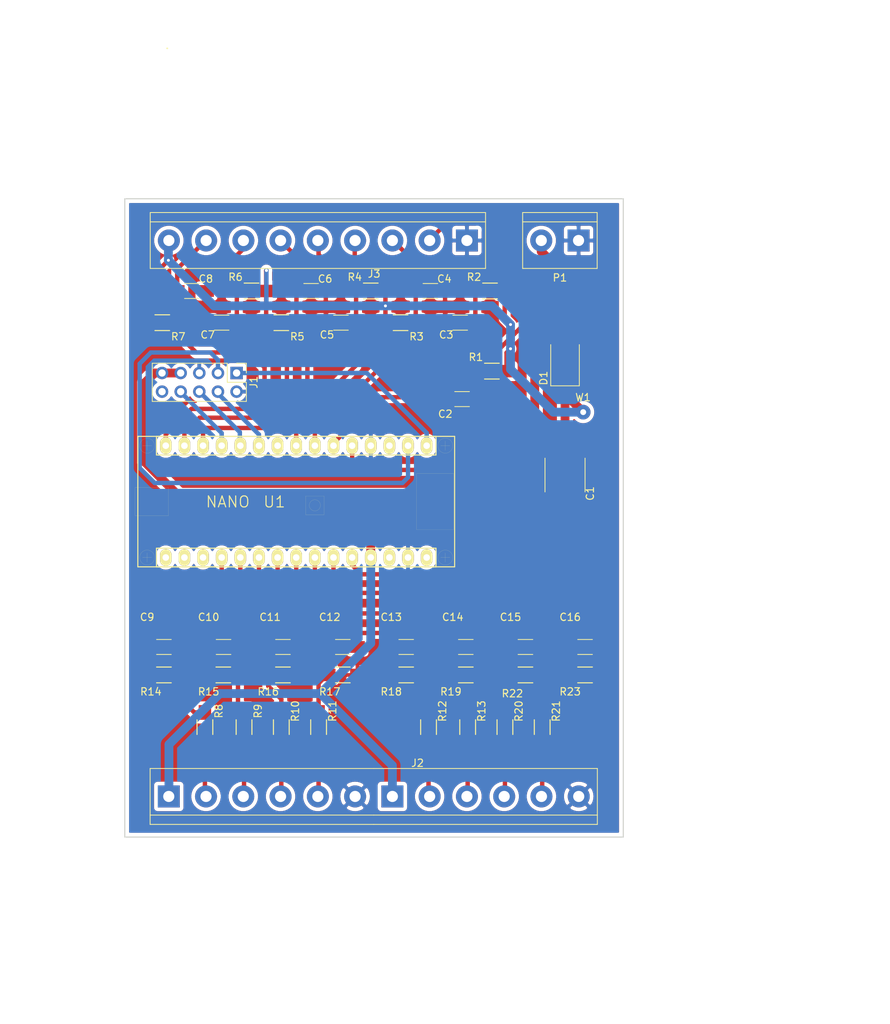
<source format=kicad_pcb>
(kicad_pcb (version 20171130) (host pcbnew 5.1.5+dfsg1-2build2)
  (layers (0 F.Cu signal) (31 B.Cu signal hide) (34 B.Paste user) (35 F.Paste user) (36 B.SilkS user) (37 F.SilkS user) (38 B.Mask user) (39 F.Mask user) (44 Edge.Cuts user))
  (net 0 "")
  (net 1 GND)
  (net 2 VCC)
  (net 3 /vcc_5v)
  (net 4 /ard_rx)
  (net 5 /ard_tx)
  (net 6 /D3)
  (net 7 /D4)
  (net 8 /D2)
  (net 9 /D10)
  (net 10 /D11)
  (net 11 /D12)
  (net 12 /A0)
  (net 13 /A1)
  (net 14 /A2)
  (net 15 /A3)
  (net 16 /A4)
  (net 17 /A5)
  (net 18 /A6)
  (net 19 /A7)
  (net 20 /D9)
  (net 21 /D8)
  (net 22 /D7)
  (net 23 /jA7)
  (net 24 /jA6)
  (net 25 /jA5)
  (net 26 /jA4)
  (net 27 /jA0)
  (net 28 /jA1)
  (net 29 /jA2)
  (net 30 /jA3)
  (net 31 "Net-(U1-Pad17)")
  (net 32 "Net-(U1-Pad18)")
  (net 33 "Net-(U1-Pad28)")
  (net 34 "Net-(U1-Pad30)")
  (net 35 "Net-(U1-Pad3)")
  (net 36 /D5)
  (net 37 "Net-(U1-Pad16)")
  (net 38 "Net-(J1-Pad10)")
  (net 39 "Net-(U1-Pad9)")
  (module eco_power_v2:C_1206_HandSoldering (layer F.Cu) (at 82.01 134.62)
    (fp_text reference C11 (at -1.746 -4.064) (layer F.SilkS))
    (fp_text value 100nF)
    (pad 2 smd rect (at 2 0) (size 2 1.6) (layers F.Cu F.Paste F.Mask) (net 1 GND))
    (pad 1 smd rect (at -2 0) (size 2 1.6) (layers F.Cu F.Paste F.Mask) (net 14 /A2))
  )
  (module eco_power_v2:C_2220_HandSoldering (layer F.Cu) (at 120.4595 111.1885 270)
    (fp_text reference C1 (at 2.52 -3.425 270) (layer F.SilkS))
    (fp_text value 10uF)
    (pad 2 smd rect (at 3.5 0 270) (size 2.4 5) (layers F.Cu F.Paste F.Mask) (net 1 GND))
    (pad 1 smd rect (at -3.5 0 270) (size 2.4 5) (layers F.Cu F.Paste F.Mask) (net 2 VCC))
  )
  (module eco_power_v2:C_1206_HandSoldering (layer F.Cu) (at 106.426 100.838 180)
    (fp_text reference C2 (at 2.286 -2.032 180) (layer F.SilkS))
    (fp_text value 100nF)
    (pad 2 smd rect (at 2 0 180) (size 2 1.6) (layers F.Cu F.Paste F.Mask) (net 1 GND))
    (pad 1 smd rect (at -2 0 180) (size 2 1.6) (layers F.Cu F.Paste F.Mask) (net 8 /D2))
  )
  (module eco_power_v2:C_1206_HandSoldering (layer F.Cu) (at 89.916 90.424 180)
    (fp_text reference C5 (at 1.905 -1.651 180) (layer F.SilkS))
    (fp_text value 100nF)
    (pad 2 smd rect (at 2 0 180) (size 2 1.6) (layers F.Cu F.Paste F.Mask) (net 1 GND))
    (pad 1 smd rect (at -2 0 180) (size 2 1.6) (layers F.Cu F.Paste F.Mask) (net 36 /D5))
  )
  (module eco_power_v2:C_1206_HandSoldering (layer F.Cu) (at 85.852 86.106)
    (fp_text reference C6 (at 1.905 -1.651) (layer F.SilkS))
    (fp_text value 100nF)
    (pad 1 smd rect (at -2 0) (size 2 1.6) (layers F.Cu F.Paste F.Mask) (net 9 /D10))
    (pad 2 smd rect (at 2 0) (size 2 1.6) (layers F.Cu F.Paste F.Mask) (net 1 GND))
  )
  (module eco_power_v2:C_1206_HandSoldering (layer F.Cu) (at 73.66 90.424 180)
    (fp_text reference C7 (at 1.905 -1.651 180) (layer F.SilkS))
    (fp_text value 100nF)
    (pad 2 smd rect (at 2 0 180) (size 2 1.6) (layers F.Cu F.Paste F.Mask) (net 1 GND))
    (pad 1 smd rect (at -2 0 180) (size 2 1.6) (layers F.Cu F.Paste F.Mask) (net 10 /D11))
  )
  (module eco_power_v2:C_1206_HandSoldering (layer F.Cu) (at 69.596 86.106)
    (fp_text reference C8 (at 1.905 -1.651) (layer F.SilkS))
    (fp_text value 100nF)
    (pad 1 smd rect (at -2 0) (size 2 1.6) (layers F.Cu F.Paste F.Mask) (net 11 /D12))
    (pad 2 smd rect (at 2 0) (size 2 1.6) (layers F.Cu F.Paste F.Mask) (net 1 GND))
  )
  (module eco_power_v2:C_1206_HandSoldering (layer F.Cu) (at 65.786 134.62 180)
    (fp_text reference C9 (at 2.286 4.064 180) (layer F.SilkS))
    (fp_text value 100nF)
    (pad 2 smd rect (at 2 0 180) (size 2 1.6) (layers F.Cu F.Paste F.Mask) (net 1 GND))
    (pad 1 smd rect (at -2 0 180) (size 2 1.6) (layers F.Cu F.Paste F.Mask) (net 12 /A0))
  )
  (module eco_power_v2:C_1206_HandSoldering (layer F.Cu) (at 73.914 134.62 180)
    (fp_text reference C10 (at 2.032 4.064 180) (layer F.SilkS))
    (fp_text value 100nF)
    (pad 1 smd rect (at -2 0 180) (size 2 1.6) (layers F.Cu F.Paste F.Mask) (net 13 /A1))
    (pad 2 smd rect (at 2 0 180) (size 2 1.6) (layers F.Cu F.Paste F.Mask) (net 1 GND))
  )
  (module eco_power_v2:C_1206_HandSoldering (layer F.Cu) (at 90.17 134.62)
    (fp_text reference C12 (at -1.778 -4.064) (layer F.SilkS))
    (fp_text value 100nF)
    (pad 1 smd rect (at -2 0) (size 2 1.6) (layers F.Cu F.Paste F.Mask) (net 15 /A3))
    (pad 2 smd rect (at 2 0) (size 2 1.6) (layers F.Cu F.Paste F.Mask) (net 1 GND))
  )
  (module eco_power_v2:C_1206_HandSoldering (layer F.Cu) (at 98.806 134.62 180)
    (fp_text reference C13 (at 2.032 4.064 180) (layer F.SilkS))
    (fp_text value 100nF)
    (pad 2 smd rect (at 2 0 180) (size 2 1.6) (layers F.Cu F.Paste F.Mask) (net 1 GND))
    (pad 1 smd rect (at -2 0 180) (size 2 1.6) (layers F.Cu F.Paste F.Mask) (net 16 /A4))
  )
  (module eco_power_v2:C_1206_HandSoldering (layer F.Cu) (at 106.934 134.62 180)
    (fp_text reference C14 (at 1.778 4.064 180) (layer F.SilkS))
    (fp_text value 100nF)
    (pad 1 smd rect (at -2 0 180) (size 2 1.6) (layers F.Cu F.Paste F.Mask) (net 17 /A5))
    (pad 2 smd rect (at 2 0 180) (size 2 1.6) (layers F.Cu F.Paste F.Mask) (net 1 GND))
  )
  (module eco_power_v2:C_1206_HandSoldering (layer F.Cu) (at 115.062 134.62)
    (fp_text reference C15 (at -2.032 -4.064) (layer F.SilkS))
    (fp_text value 100nF)
    (pad 1 smd rect (at -2 0) (size 2 1.6) (layers F.Cu F.Paste F.Mask) (net 18 /A6))
    (pad 2 smd rect (at 2 0) (size 2 1.6) (layers F.Cu F.Paste F.Mask) (net 1 GND))
  )
  (module eco_power_v2:C_1206_HandSoldering (layer F.Cu) (at 123.19 134.62)
    (fp_text reference C16 (at -2.032 -4.064) (layer F.SilkS))
    (fp_text value 100nF)
    (pad 2 smd rect (at 2 0) (size 2 1.6) (layers F.Cu F.Paste F.Mask) (net 1 GND))
    (pad 1 smd rect (at -2 0) (size 2 1.6) (layers F.Cu F.Paste F.Mask) (net 19 /A7))
  )
  (module eco_power_v2:Pin_Header_Straight_2x05_Pitch2.54mm_onsar (layer F.Cu) (at 75.692 97.282 270)
    (fp_text reference J1 (at 1.27 -2.33 270) (layer F.SilkS))
    (fp_text value Conn_02x05_Odd_Even)
    (pad 10 thru_hole oval (at 2.54 10.16 270) (size 1.7 1.7) (drill 1) (layers *.Cu *.Mask) (net 38 "Net-(J1-Pad10)"))
    (pad 9 thru_hole oval (at 0 10.16 270) (size 1.7 1.7) (drill 1) (layers *.Cu *.Mask) (net 3 /vcc_5v))
    (pad 8 thru_hole oval (at 2.54 7.62 270) (size 1.7 1.7) (drill 1) (layers *.Cu *.Mask) (net 20 /D9))
    (pad 7 thru_hole oval (at 0 7.62 270) (size 1.7 1.7) (drill 1) (layers *.Cu *.Mask) (net 3 /vcc_5v))
    (pad 6 thru_hole oval (at 2.54 5.08 270) (size 1.7 1.7) (drill 1) (layers *.Cu *.Mask) (net 21 /D8))
    (pad 5 thru_hole oval (at 0 5.08 270) (size 1.7 1.7) (drill 1) (layers *.Cu *.Mask) (net 1 GND))
    (pad 4 thru_hole oval (at 2.54 2.54 270) (size 1.7 1.7) (drill 1) (layers *.Cu *.Mask) (net 22 /D7))
    (pad 3 thru_hole oval (at 0 2.54 270) (size 1.7 1.7) (drill 1) (layers *.Cu *.Mask) (net 4 /ard_rx))
    (pad 2 thru_hole oval (at 2.54 0 270) (size 1.7 1.7) (drill 1) (layers *.Cu *.Mask) (net 1 GND))
    (pad 1 thru_hole rect (at 0 0 270) (size 1.7 1.7) (drill 1) (layers *.Cu *.Mask) (net 5 /ard_tx))
  )
  (module eco_power_v2:TerminalBlock_bornier-2_P5.08mm (layer F.Cu) (at 122.301 79.2226 180)
    (fp_text reference P1 (at 2.54 -5.08 180) (layer F.SilkS))
    (fp_text value V_IN)
    (pad 2 thru_hole circle (at 5.08 0 180) (size 3 3) (drill 1.52) (layers *.Cu *.Mask) (net 3 /vcc_5v))
    (pad 1 thru_hole rect (at 0 0 180) (size 3 3) (drill 1.52) (layers *.Cu *.Mask) (net 1 GND))
  )
  (module eco_power_v2:R_1206_HandSoldering (layer F.Cu) (at 110.49 97.028)
    (fp_text reference R1 (at -2.178 -1.9) (layer F.SilkS))
    (fp_text value 10k)
    (pad 1 smd rect (at -2 0) (size 2 1.7) (layers F.Cu F.Paste F.Mask) (net 8 /D2))
    (pad 2 smd rect (at 2 0) (size 2 1.7) (layers F.Cu F.Paste F.Mask) (net 2 VCC))
  )
  (module eco_power_v2:R_1206_HandSoldering (layer F.Cu) (at 98.044 90.424 180)
    (fp_text reference R3 (at -2.178 -1.9 180) (layer F.SilkS))
    (fp_text value 10k)
    (pad 1 smd rect (at -2 0 180) (size 2 1.7) (layers F.Cu F.Paste F.Mask) (net 7 /D4))
    (pad 2 smd rect (at 2 0 180) (size 2 1.7) (layers F.Cu F.Paste F.Mask) (net 2 VCC))
  )
  (module eco_power_v2:R_1206_HandSoldering (layer F.Cu) (at 93.98 86.106)
    (fp_text reference R4 (at -2.178 -1.9) (layer F.SilkS))
    (fp_text value 10k)
    (pad 2 smd rect (at 2 0) (size 2 1.7) (layers F.Cu F.Paste F.Mask) (net 2 VCC))
    (pad 1 smd rect (at -2 0) (size 2 1.7) (layers F.Cu F.Paste F.Mask) (net 36 /D5))
  )
  (module eco_power_v2:R_1206_HandSoldering (layer F.Cu) (at 81.788 90.424 180)
    (fp_text reference R5 (at -2.178 -1.9 180) (layer F.SilkS))
    (fp_text value 10k)
    (pad 1 smd rect (at -2 0 180) (size 2 1.7) (layers F.Cu F.Paste F.Mask) (net 9 /D10))
    (pad 2 smd rect (at 2 0 180) (size 2 1.7) (layers F.Cu F.Paste F.Mask) (net 2 VCC))
  )
  (module eco_power_v2:R_1206_HandSoldering (layer F.Cu) (at 77.724 86.106)
    (fp_text reference R6 (at -2.178 -1.9) (layer F.SilkS))
    (fp_text value 10k)
    (pad 2 smd rect (at 2 0) (size 2 1.7) (layers F.Cu F.Paste F.Mask) (net 2 VCC))
    (pad 1 smd rect (at -2 0) (size 2 1.7) (layers F.Cu F.Paste F.Mask) (net 10 /D11))
  )
  (module eco_power_v2:R_1206_HandSoldering (layer F.Cu) (at 65.564 90.424 180)
    (fp_text reference R7 (at -2.178 -1.9 180) (layer F.SilkS))
    (fp_text value 10k)
    (pad 1 smd rect (at -2 0 180) (size 2 1.7) (layers F.Cu F.Paste F.Mask) (net 11 /D12))
    (pad 2 smd rect (at 2 0 180) (size 2 1.7) (layers F.Cu F.Paste F.Mask) (net 2 VCC))
  )
  (module eco_power_v2:R_1206_HandSoldering (layer F.Cu) (at 71.374 145.542 270)
    (fp_text reference R8 (at -2.178 -1.9 270) (layer F.SilkS))
    (fp_text value 10k)
    (pad 1 smd rect (at -2 0 270) (size 2 1.7) (layers F.Cu F.Paste F.Mask) (net 12 /A0))
    (pad 2 smd rect (at 2 0 270) (size 2 1.7) (layers F.Cu F.Paste F.Mask) (net 27 /jA0))
  )
  (module eco_power_v2:R_1206_HandSoldering (layer F.Cu) (at 76.708 145.542 270)
    (fp_text reference R9 (at -2.178 -1.9 270) (layer F.SilkS))
    (fp_text value 10k)
    (pad 1 smd rect (at -2 0 270) (size 2 1.7) (layers F.Cu F.Paste F.Mask) (net 13 /A1))
    (pad 2 smd rect (at 2 0 270) (size 2 1.7) (layers F.Cu F.Paste F.Mask) (net 28 /jA1))
  )
  (module eco_power_v2:R_1206_HandSoldering (layer F.Cu) (at 81.788 145.542 270)
    (fp_text reference R10 (at -2.178 -1.9 270) (layer F.SilkS))
    (fp_text value 10k)
    (pad 1 smd rect (at -2 0 270) (size 2 1.7) (layers F.Cu F.Paste F.Mask) (net 14 /A2))
    (pad 2 smd rect (at 2 0 270) (size 2 1.7) (layers F.Cu F.Paste F.Mask) (net 29 /jA2))
  )
  (module eco_power_v2:R_1206_HandSoldering (layer F.Cu) (at 86.868 145.542 270)
    (fp_text reference R11 (at -2.178 -1.9 270) (layer F.SilkS))
    (fp_text value 10k)
    (pad 2 smd rect (at 2 0 270) (size 2 1.7) (layers F.Cu F.Paste F.Mask) (net 30 /jA3))
    (pad 1 smd rect (at -2 0 270) (size 2 1.7) (layers F.Cu F.Paste F.Mask) (net 15 /A3))
  )
  (module eco_power_v2:R_1206_HandSoldering (layer F.Cu) (at 101.854 145.542 270)
    (fp_text reference R12 (at -2.178 -1.9 270) (layer F.SilkS))
    (fp_text value 10k)
    (pad 1 smd rect (at -2 0 270) (size 2 1.7) (layers F.Cu F.Paste F.Mask) (net 16 /A4))
    (pad 2 smd rect (at 2 0 270) (size 2 1.7) (layers F.Cu F.Paste F.Mask) (net 26 /jA4))
  )
  (module eco_power_v2:R_1206_HandSoldering (layer F.Cu) (at 107.188 145.542 270)
    (fp_text reference R13 (at -2.178 -1.9 270) (layer F.SilkS))
    (fp_text value 10k)
    (pad 2 smd rect (at 2 0 270) (size 2 1.7) (layers F.Cu F.Paste F.Mask) (net 25 /jA5))
    (pad 1 smd rect (at -2 0 270) (size 2 1.7) (layers F.Cu F.Paste F.Mask) (net 17 /A5))
  )
  (module eco_power_v2:R_1206_HandSoldering (layer F.Cu) (at 65.786 138.43)
    (fp_text reference R14 (at -1.778 2.286) (layer F.SilkS))
    (fp_text value 10k)
    (pad 2 smd rect (at 2 0) (size 2 1.7) (layers F.Cu F.Paste F.Mask) (net 12 /A0))
    (pad 1 smd rect (at -2 0) (size 2 1.7) (layers F.Cu F.Paste F.Mask) (net 1 GND))
  )
  (module eco_power_v2:R_1206_HandSoldering (layer F.Cu) (at 73.882 138.43)
    (fp_text reference R15 (at -2 2.286) (layer F.SilkS))
    (fp_text value 10k)
    (pad 2 smd rect (at 2 0) (size 2 1.7) (layers F.Cu F.Paste F.Mask) (net 13 /A1))
    (pad 1 smd rect (at -2 0) (size 2 1.7) (layers F.Cu F.Paste F.Mask) (net 1 GND))
  )
  (module eco_power_v2:R_1206_HandSoldering (layer F.Cu) (at 82.01 138.43 180)
    (fp_text reference R16 (at 2 -2.286 180) (layer F.SilkS))
    (fp_text value 10k)
    (pad 2 smd rect (at 2 0 180) (size 2 1.7) (layers F.Cu F.Paste F.Mask) (net 14 /A2))
    (pad 1 smd rect (at -2 0 180) (size 2 1.7) (layers F.Cu F.Paste F.Mask) (net 1 GND))
  )
  (module eco_power_v2:R_1206_HandSoldering (layer F.Cu) (at 90.17 138.43 180)
    (fp_text reference R17 (at 1.778 -2.286 180) (layer F.SilkS))
    (fp_text value 10k)
    (pad 2 smd rect (at 2 0 180) (size 2 1.7) (layers F.Cu F.Paste F.Mask) (net 15 /A3))
    (pad 1 smd rect (at -2 0 180) (size 2 1.7) (layers F.Cu F.Paste F.Mask) (net 1 GND))
  )
  (module eco_power_v2:R_1206_HandSoldering (layer F.Cu) (at 98.806 138.43)
    (fp_text reference R18 (at -2.032 2.286) (layer F.SilkS))
    (fp_text value 10k)
    (pad 2 smd rect (at 2 0) (size 2 1.7) (layers F.Cu F.Paste F.Mask) (net 16 /A4))
    (pad 1 smd rect (at -2 0) (size 2 1.7) (layers F.Cu F.Paste F.Mask) (net 1 GND))
  )
  (module eco_power_v2:R_1206_HandSoldering (layer F.Cu) (at 106.934 138.43)
    (fp_text reference R19 (at -2.032 2.286) (layer F.SilkS))
    (fp_text value 10k)
    (pad 1 smd rect (at -2 0) (size 2 1.7) (layers F.Cu F.Paste F.Mask) (net 1 GND))
    (pad 2 smd rect (at 2 0) (size 2 1.7) (layers F.Cu F.Paste F.Mask) (net 17 /A5))
  )
  (module eco_power_v2:R_1206_HandSoldering (layer F.Cu) (at 112.268 145.542 270)
    (fp_text reference R20 (at -2.178 -1.9 270) (layer F.SilkS))
    (fp_text value 10k)
    (pad 2 smd rect (at 2 0 270) (size 2 1.7) (layers F.Cu F.Paste F.Mask) (net 24 /jA6))
    (pad 1 smd rect (at -2 0 270) (size 2 1.7) (layers F.Cu F.Paste F.Mask) (net 18 /A6))
  )
  (module eco_power_v2:R_1206_HandSoldering (layer F.Cu) (at 117.348 145.542 270)
    (fp_text reference R21 (at -2.178 -1.9 270) (layer F.SilkS))
    (fp_text value 10k)
    (pad 2 smd rect (at 2 0 270) (size 2 1.7) (layers F.Cu F.Paste F.Mask) (net 23 /jA7))
    (pad 1 smd rect (at -2 0 270) (size 2 1.7) (layers F.Cu F.Paste F.Mask) (net 19 /A7))
  )
  (module eco_power_v2:R_1206_HandSoldering (layer F.Cu) (at 115.062 138.43 180)
    (fp_text reference R22 (at 1.778 -2.54 180) (layer F.SilkS))
    (fp_text value 10k)
    (pad 1 smd rect (at -2 0 180) (size 2 1.7) (layers F.Cu F.Paste F.Mask) (net 1 GND))
    (pad 2 smd rect (at 2 0 180) (size 2 1.7) (layers F.Cu F.Paste F.Mask) (net 18 /A6))
  )
  (module eco_power_v2:R_1206_HandSoldering (layer F.Cu) (at 123.19 138.43 180)
    (fp_text reference R23 (at 2.032 -2.286 180) (layer F.SilkS))
    (fp_text value 10k)
    (pad 1 smd rect (at -2 0 180) (size 2 1.7) (layers F.Cu F.Paste F.Mask) (net 1 GND))
    (pad 2 smd rect (at 2 0 180) (size 2 1.7) (layers F.Cu F.Paste F.Mask) (net 19 /A7))
  )
  (module eco_power_v2:SolderWirePad_single_0-8mmDrill (layer F.Cu) (at 122.936 102.616)
    (fp_text reference W1 (at -0.02 -2.004) (layer F.SilkS))
    (fp_text value +5V)
    (pad 1 thru_hole circle (at 0 0) (size 1.99898 1.99898) (drill 0.8001) (layers *.Cu *.Mask) (net 2 VCC))
  )
  (module eco_power_v2:C_1206_HandSoldering (layer F.Cu) (at 106.172 90.424 180)
    (fp_text reference C3 (at 1.905 -1.651 180) (layer F.SilkS))
    (fp_text value 100nF)
    (pad 1 smd rect (at -2 0 180) (size 2 1.6) (layers F.Cu F.Paste F.Mask) (net 6 /D3))
    (pad 2 smd rect (at 2 0 180) (size 2 1.6) (layers F.Cu F.Paste F.Mask) (net 1 GND))
  )
  (module eco_power_v2:C_1206_HandSoldering (layer F.Cu) (at 102.108 86.106)
    (fp_text reference C4 (at 1.905 -1.651) (layer F.SilkS))
    (fp_text value 100nF)
    (pad 2 smd rect (at 2 0) (size 2 1.6) (layers F.Cu F.Paste F.Mask) (net 1 GND))
    (pad 1 smd rect (at -2 0) (size 2 1.6) (layers F.Cu F.Paste F.Mask) (net 7 /D4))
  )
  (module eco_power_v2:D_2114 (layer F.Cu) (at 120.4595 95.5675 90)
    (fp_text reference D1 (at -2.413 -2.921 90) (layer F.SilkS))
    (fp_text value schottky)
    (pad 2 smd rect (at 2.325 0 90) (size 2 3) (layers F.Cu F.Paste F.Mask) (net 3 /vcc_5v))
    (pad 1 smd rect (at -2.325 0 90) (size 2 3) (layers F.Cu F.Paste F.Mask) (net 2 VCC))
  )
  (module eco_power_v2:R_1206_HandSoldering (layer F.Cu) (at 110.236 86.106)
    (fp_text reference R2 (at -2.178 -1.9) (layer F.SilkS))
    (fp_text value 10k)
    (pad 2 smd rect (at 2 0) (size 2 1.7) (layers F.Cu F.Paste F.Mask) (net 2 VCC))
    (pad 1 smd rect (at -2 0) (size 2 1.7) (layers F.Cu F.Paste F.Mask) (net 6 /D3))
  )
  (module eco_power_v2:arduino_nano (layer F.Cu) (at 83.82 114.808 270)
    (fp_text reference U1 (at 0.038 2.974) (layer F.SilkS) (effects (font (size 1.5 1.5))))
    (fp_text value NANO (at 0.038 9.324) (layer F.SilkS) (effects (font (size 1.5 1.5))))
    (pad 26 thru_hole oval (at 7.62 -7.62 270) (size 2.286 1.5748) (drill 0.9) (layers *.Cu *.Mask F.SilkS) (net 19 /A7))
    (pad 25 thru_hole oval (at 7.62 -5.08 270) (size 2.286 1.5748) (drill 0.9) (layers *.Cu *.Mask F.SilkS) (net 18 /A6))
    (pad 24 thru_hole oval (at 7.62 -2.54 270) (size 2.286 1.5748) (drill 0.9) (layers *.Cu *.Mask F.SilkS) (net 17 /A5))
    (pad 23 thru_hole oval (at 7.62 0 270) (size 2.286 1.5748) (drill 0.9) (layers *.Cu *.Mask F.SilkS) (net 16 /A4))
    (pad 22 thru_hole oval (at 7.62 2.54 270) (size 2.286 1.5748) (drill 0.9) (layers *.Cu *.Mask F.SilkS) (net 15 /A3))
    (pad 21 thru_hole oval (at 7.62 5.08 270) (size 2.286 1.5748) (drill 0.9) (layers *.Cu *.Mask F.SilkS) (net 14 /A2))
    (pad 20 thru_hole oval (at 7.62 7.62 270) (size 2.286 1.5748) (drill 0.9) (layers *.Cu *.Mask F.SilkS) (net 13 /A1))
    (pad 16 thru_hole oval (at 7.62 17.78 270) (size 2.286 1.5748) (drill 0.9) (layers *.Cu *.Mask F.SilkS) (net 37 "Net-(U1-Pad16)"))
    (pad 15 thru_hole oval (at -7.62 17.78 270) (size 2.286 1.5748) (drill 0.9) (layers *.Cu *.Mask F.SilkS) (net 11 /D12))
    (pad 14 thru_hole oval (at -7.62 15.24 270) (size 2.286 1.5748) (drill 0.9) (layers *.Cu *.Mask F.SilkS) (net 10 /D11))
    (pad 13 thru_hole oval (at -7.62 12.7 270) (size 2.286 1.5748) (drill 0.9) (layers *.Cu *.Mask F.SilkS) (net 9 /D10))
    (pad 12 thru_hole oval (at -7.62 10.16 270) (size 2.286 1.5748) (drill 0.9) (layers *.Cu *.Mask F.SilkS) (net 20 /D9))
    (pad 11 thru_hole oval (at -7.62 7.62 270) (size 2.286 1.5748) (drill 0.9) (layers *.Cu *.Mask F.SilkS) (net 21 /D8))
    (pad 10 thru_hole oval (at -7.62 5.08 270) (size 2.286 1.5748) (drill 0.9) (layers *.Cu *.Mask F.SilkS) (net 22 /D7))
    (pad 9 thru_hole oval (at -7.62 2.54 270) (size 2.286 1.5748) (drill 0.9) (layers *.Cu *.Mask F.SilkS) (net 39 "Net-(U1-Pad9)"))
    (pad 8 thru_hole oval (at -7.62 0 270) (size 2.286 1.5748) (drill 0.9) (layers *.Cu *.Mask F.SilkS) (net 36 /D5))
    (pad 7 thru_hole oval (at -7.62 -2.54 270) (size 2.286 1.5748) (drill 0.9) (layers *.Cu *.Mask F.SilkS) (net 7 /D4))
    (pad 6 thru_hole oval (at -7.62 -5.08 270) (size 2.286 1.5748) (drill 0.9) (layers *.Cu *.Mask F.SilkS) (net 6 /D3))
    (pad 5 thru_hole oval (at -7.62 -7.62 270) (size 2.286 1.5748) (drill 0.9) (layers *.Cu *.Mask F.SilkS) (net 8 /D2))
    (pad 1 thru_hole oval (at -7.62 -17.78 270) (size 2.286 1.5748) (drill 0.9) (layers *.Cu *.Mask F.SilkS) (net 5 /ard_tx))
    (pad 17 thru_hole oval (at 7.62 15.24 270) (size 2.286 1.5748) (drill 0.9) (layers *.Cu *.Mask F.SilkS) (net 31 "Net-(U1-Pad17)"))
    (pad 18 thru_hole oval (at 7.62 12.7 270) (size 2.286 1.5748) (drill 0.9) (layers *.Cu *.Mask F.SilkS) (net 32 "Net-(U1-Pad18)"))
    (pad 19 thru_hole oval (at 7.62 10.16 270) (size 2.286 1.5748) (drill 0.9) (layers *.Cu *.Mask F.SilkS) (net 12 /A0))
    (pad 27 thru_hole oval (at 7.62 -10.16 270) (size 2.286 1.5748) (drill 0.9) (layers *.Cu *.Mask F.SilkS) (net 2 VCC))
    (pad 28 thru_hole oval (at 7.62 -12.7 270) (size 2.286 1.5748) (drill 0.9) (layers *.Cu *.Mask F.SilkS) (net 33 "Net-(U1-Pad28)"))
    (pad 29 thru_hole oval (at 7.62 -15.24 270) (size 2.286 1.5748) (drill 0.9) (layers *.Cu *.Mask F.SilkS) (net 1 GND))
    (pad 30 thru_hole oval (at 7.62 -17.78 270) (size 2.286 1.5748) (drill 0.9) (layers *.Cu *.Mask F.SilkS) (net 34 "Net-(U1-Pad30)"))
    (pad 4 thru_hole oval (at -7.62 -10.16 270) (size 2.286 1.5748) (drill 0.9) (layers *.Cu *.Mask F.SilkS) (net 1 GND))
    (pad 3 thru_hole oval (at -7.62 -12.7 270) (size 2.286 1.5748) (drill 0.9) (layers *.Cu *.Mask F.SilkS) (net 35 "Net-(U1-Pad3)"))
    (pad 2 thru_hole oval (at -7.62 -15.24 270) (size 2.286 1.5748) (drill 0.9) (layers *.Cu *.Mask F.SilkS) (net 4 /ard_rx))
  )
  (module eco_power_v2:TerminalBlock_bornier-12_P5.08mm (layer F.Cu) (at 66.4464 154.9908)
    (fp_text reference J2 (at 33.909 -4.55) (layer F.SilkS))
    (fp_text value Conn_01x12)
    (pad 2 thru_hole circle (at 5.08 0) (size 3 3) (drill 1.52) (layers *.Cu *.Mask) (net 27 /jA0))
    (pad 3 thru_hole circle (at 10.16 0) (size 3 3) (drill 1.52) (layers *.Cu *.Mask) (net 28 /jA1))
    (pad 1 thru_hole rect (at 0 0) (size 3 3) (drill 1.52) (layers *.Cu *.Mask) (net 2 VCC))
    (pad 4 thru_hole circle (at 15.24 0) (size 3 3) (drill 1.52) (layers *.Cu *.Mask) (net 29 /jA2))
    (pad 5 thru_hole circle (at 20.32 0) (size 3 3) (drill 1.52) (layers *.Cu *.Mask) (net 30 /jA3))
    (pad 6 thru_hole circle (at 25.4 0) (size 3 3) (drill 1.52) (layers *.Cu *.Mask) (net 1 GND))
    (pad 7 thru_hole rect (at 30.48 0) (size 3 3) (drill 1.52) (layers *.Cu *.Mask) (net 2 VCC))
    (pad 12 thru_hole circle (at 55.88 0) (size 3 3) (drill 1.52) (layers *.Cu *.Mask) (net 1 GND))
    (pad 8 thru_hole circle (at 35.56 0) (size 3 3) (drill 1.52) (layers *.Cu *.Mask) (net 26 /jA4))
    (pad 9 thru_hole circle (at 40.64 0) (size 3 3) (drill 1.52) (layers *.Cu *.Mask) (net 25 /jA5))
    (pad 10 thru_hole circle (at 45.72 0) (size 3 3) (drill 1.52) (layers *.Cu *.Mask) (net 24 /jA6))
    (pad 11 thru_hole circle (at 50.8 0) (size 3 3) (drill 1.52) (layers *.Cu *.Mask) (net 23 /jA7))
  )
  (module eco_power_v2:TerminalBlock_bornier-9_P5.08mm (layer F.Cu) (at 107.0864 79.2226 180)
    (fp_text reference J3 (at 12.65 -4.55) (layer F.SilkS))
    (fp_text value Conn_01x09)
    (pad 2 thru_hole circle (at 5.08 0 180) (size 3 3) (drill 1.52) (layers *.Cu *.Mask) (net 8 /D2))
    (pad 3 thru_hole circle (at 10.16 0 180) (size 3 3) (drill 1.52) (layers *.Cu *.Mask) (net 6 /D3))
    (pad 1 thru_hole rect (at 0 0 180) (size 3 3) (drill 1.52) (layers *.Cu *.Mask) (net 1 GND))
    (pad 4 thru_hole circle (at 15.24 0 180) (size 3 3) (drill 1.52) (layers *.Cu *.Mask) (net 7 /D4))
    (pad 5 thru_hole circle (at 20.32 0 180) (size 3 3) (drill 1.52) (layers *.Cu *.Mask) (net 36 /D5))
    (pad 6 thru_hole circle (at 25.4 0 180) (size 3 3) (drill 1.52) (layers *.Cu *.Mask) (net 9 /D10))
    (pad 8 thru_hole circle (at 35.545 0 180) (size 3 3) (drill 1.52) (layers *.Cu *.Mask) (net 11 /D12))
    (pad 9 thru_hole circle (at 40.625 0 180) (size 3 3) (drill 1.52) (layers *.Cu *.Mask) (net 2 VCC))
    (pad 7 thru_hole circle (at 30.465 0 180) (size 3 3) (drill 1.52) (layers *.Cu *.Mask) (net 10 /D11))
  )
  (gr_line (start 60.452 160.528) (end 60.452 73.533) (layer Edge.Cuts) (width 0.15))
  (gr_line (start 128.397 160.528) (end 60.452 160.528) (layer Edge.Cuts) (width 0.15))
  (gr_line (start 128.397 73.533) (end 128.397 160.528) (layer Edge.Cuts) (width 0.15))
  (gr_line (start 60.452 73.533) (end 128.397 73.533) (layer Edge.Cuts) (width 0.15))
  (gr_line (start 66.2686 53.0352) (end 66.2178 53.0352) (layer F.SilkS) (width 0.2))
  (segment (start 87.852 90.36) (end 87.916 90.424) (width 0.6) (layer F.Cu) (net 1))
  (segment (start 87.852 86.106) (end 87.852 90.36) (width 0.6) (layer F.Cu) (net 1))
  (segment (start 104.108 90.36) (end 104.172 90.424) (width 0.6) (layer F.Cu) (net 1))
  (segment (start 104.108 86.106) (end 104.108 90.36) (width 0.6) (layer F.Cu) (net 1))
  (segment (start 93.98 122.428) (end 93.98 120.4595) (width 1.2) (layer F.Cu) (net 2))
  (segment (start 112.3875 115.7605) (end 120.4595 107.6885) (width 1.2) (layer F.Cu) (net 2))
  (segment (start 113.03 90.678) (end 110.49 88.138) (width 1.2) (layer B.Cu) (net 2))
  (segment (start 66.3956 81.9226) (end 66.3956 79.2226) (width 1.2) (layer B.Cu) (net 2))
  (segment (start 66.4718 154.94) (end 66.4718 147.9042) (width 1.2) (layer B.Cu) (net 2))
  (segment (start 66.4718 147.9042) (end 73.406 140.97) (width 1.2) (layer B.Cu) (net 2))
  (segment (start 73.406 140.97) (end 87.122 140.97) (width 1.2) (layer B.Cu) (net 2))
  (segment (start 93.98 134.112) (end 93.98 122.428) (width 1.2) (layer B.Cu) (net 2))
  (segment (start 87.122 140.97) (end 93.98 134.112) (width 1.2) (layer B.Cu) (net 2))
  (segment (start 96.9264 150.7744) (end 87.122 140.97) (width 1.2) (layer B.Cu) (net 2))
  (segment (start 96.9264 154.9146) (end 96.9264 150.7744) (width 1.2) (layer B.Cu) (net 2))
  (segment (start 79.724 90.36) (end 79.788 90.424) (width 0.6) (layer F.Cu) (net 2))
  (segment (start 79.724 86.106) (end 79.724 90.36) (width 0.6) (layer F.Cu) (net 2))
  (segment (start 95.98 90.36) (end 96.044 90.424) (width 0.6) (layer F.Cu) (net 2))
  (segment (start 118.872 102.616) (end 113.03 96.774) (width 1.2) (layer B.Cu) (net 2))
  (segment (start 122.936 102.616) (end 118.872 102.616) (width 1.2) (layer B.Cu) (net 2))
  (segment (start 120.4595 100.1395) (end 122.936 102.616) (width 1.2) (layer F.Cu) (net 2))
  (segment (start 120.4595 99.06) (end 120.4595 107.6885) (width 1.2) (layer F.Cu) (net 2))
  (segment (start 120.4595 99.06) (end 120.4595 100.1395) (width 1.2) (layer F.Cu) (net 2))
  (segment (start 120.4595 97.8925) (end 120.4595 99.06) (width 1.2) (layer F.Cu) (net 2))
  (segment (start 79.724 86.106) (end 79.724 83.344) (width 0.6) (layer F.Cu) (net 2))
  (via (at 79.756 83.312) (size 0.6) (drill 0.4) (layers F.Cu B.Cu) (net 2))
  (segment (start 79.724 83.344) (end 79.756 83.312) (width 0.6) (layer F.Cu) (net 2))
  (segment (start 79.756 83.312) (end 79.756 88.138) (width 0.6) (layer B.Cu) (net 2))
  (segment (start 79.756 88.138) (end 72.611 88.138) (width 1.2) (layer B.Cu) (net 2))
  (segment (start 95.98 86.106) (end 95.98 86.074) (width 0.6) (layer F.Cu) (net 2))
  (segment (start 110.49 88.138) (end 92.964 88.138) (width 1.2) (layer B.Cu) (net 2))
  (segment (start 92.964 88.138) (end 79.756 88.138) (width 1.2) (layer B.Cu) (net 2))
  (segment (start 72.611 88.138) (end 67.056 82.583) (width 1.2) (layer B.Cu) (net 2))
  (segment (start 67.056 82.583) (end 66.3956 81.9226) (width 1.2) (layer B.Cu) (net 2))
  (segment (start 113.03 96.774) (end 113.03 94.996) (width 1.2) (layer B.Cu) (net 2))
  (segment (start 113.03 94.996) (end 113.03 93.98) (width 1.2) (layer B.Cu) (net 2))
  (via (at 95.98 88.138) (size 0.6) (drill 0.4) (layers F.Cu B.Cu) (net 2))
  (segment (start 95.98 86.106) (end 95.98 88.138) (width 0.6) (layer F.Cu) (net 2))
  (segment (start 95.98 88.138) (end 95.98 90.36) (width 0.6) (layer F.Cu) (net 2))
  (via (at 113.03 90.678) (size 0.6) (drill 0.4) (layers F.Cu B.Cu) (net 2))
  (segment (start 112.236 86.106) (end 112.236 89.884) (width 0.6) (layer F.Cu) (net 2))
  (segment (start 112.236 89.884) (end 113.03 90.678) (width 0.6) (layer F.Cu) (net 2))
  (segment (start 113.03 93.98) (end 113.03 90.678) (width 1.2) (layer B.Cu) (net 2))
  (via (at 113.03 93.98) (size 0.6) (drill 0.4) (layers F.Cu B.Cu) (net 2))
  (segment (start 113.03 96.488) (end 112.49 97.028) (width 0.6) (layer F.Cu) (net 2))
  (segment (start 63.564 84.7542) (end 66.3956 81.9226) (width 0.6) (layer F.Cu) (net 2))
  (segment (start 63.564 90.424) (end 63.564 84.7542) (width 0.6) (layer F.Cu) (net 2))
  (via (at 66.3956 81.9226) (size 0.6) (drill 0.4) (layers F.Cu B.Cu) (net 2))
  (segment (start 112.49 94.52) (end 113.03 93.98) (width 0.6) (layer F.Cu) (net 2))
  (segment (start 112.49 97.028) (end 112.49 94.52) (width 0.6) (layer F.Cu) (net 2))
  (segment (start 112.3875 115.7605) (end 112.3315 115.7605) (width 1.2) (layer F.Cu) (net 2))
  (segment (start 112.3315 115.7605) (end 110.49 117.602) (width 1.2) (layer F.Cu) (net 2))
  (segment (start 110.49 117.602) (end 96.266 117.602) (width 1.2) (layer F.Cu) (net 2))
  (segment (start 93.98 119.888) (end 93.98 120.4595) (width 1.2) (layer F.Cu) (net 2))
  (segment (start 96.266 117.602) (end 93.98 119.888) (width 1.2) (layer F.Cu) (net 2))
  (segment (start 65.532 97.282) (end 68.072 97.282) (width 1.2) (layer F.Cu) (net 3))
  (segment (start 64.516 97.282) (end 65.532 97.282) (width 1.2) (layer F.Cu) (net 3))
  (segment (start 63.246 98.552) (end 64.516 97.282) (width 1.2) (layer F.Cu) (net 3))
  (segment (start 67.818 114.046) (end 63.246 109.474) (width 1.2) (layer F.Cu) (net 3))
  (segment (start 117.5775 93.2425) (end 116.332 94.488) (width 1.2) (layer F.Cu) (net 3))
  (segment (start 116.332 104.394) (end 106.68 114.046) (width 1.2) (layer F.Cu) (net 3))
  (segment (start 120.4595 93.2425) (end 117.5775 93.2425) (width 1.2) (layer F.Cu) (net 3))
  (segment (start 116.332 94.488) (end 116.332 104.394) (width 1.2) (layer F.Cu) (net 3))
  (segment (start 63.246 109.474) (end 63.246 98.552) (width 1.2) (layer F.Cu) (net 3))
  (segment (start 106.68 114.046) (end 67.818 114.046) (width 1.2) (layer F.Cu) (net 3))
  (segment (start 120.4595 93.2425) (end 120.4595 83.9851) (width 1.2) (layer F.Cu) (net 3))
  (segment (start 120.4595 83.9597) (end 120.4595 83.9851) (width 1.2) (layer F.Cu) (net 3))
  (segment (start 117.221 80.7212) (end 120.4595 83.9597) (width 1.2) (layer F.Cu) (net 3))
  (segment (start 117.221 79.2226) (end 117.221 80.7212) (width 1.2) (layer F.Cu) (net 3))
  (segment (start 99.06 107.188) (end 99.06 106.8324) (width 0.6) (layer B.Cu) (net 4))
  (segment (start 99.06 107.188) (end 99.06 111.506) (width 0.6) (layer B.Cu) (net 4))
  (segment (start 73.152 95.504) (end 73.152 97.282) (width 0.6) (layer B.Cu) (net 4))
  (segment (start 72.136 94.488) (end 73.152 95.504) (width 0.6) (layer B.Cu) (net 4))
  (segment (start 64.008 94.488) (end 72.136 94.488) (width 0.6) (layer B.Cu) (net 4))
  (segment (start 62.484 96.012) (end 64.008 94.488) (width 0.6) (layer B.Cu) (net 4))
  (segment (start 62.484 110.236) (end 62.484 96.012) (width 0.6) (layer B.Cu) (net 4))
  (segment (start 64.516 112.268) (end 62.484 110.236) (width 0.6) (layer B.Cu) (net 4))
  (segment (start 98.298 112.268) (end 64.516 112.268) (width 0.6) (layer B.Cu) (net 4))
  (segment (start 99.06 111.506) (end 98.298 112.268) (width 0.6) (layer B.Cu) (net 4))
  (segment (start 93.437 97.282) (end 91.186 97.282) (width 0.6) (layer B.Cu) (net 5))
  (segment (start 101.6 105.445) (end 93.437 97.282) (width 0.6) (layer B.Cu) (net 5))
  (segment (start 101.6 107.188) (end 101.6 105.445) (width 0.6) (layer B.Cu) (net 5))
  (segment (start 75.692 97.282) (end 91.186 97.282) (width 0.6) (layer B.Cu) (net 5))
  (segment (start 91.186 97.282) (end 92.456 97.282) (width 0.6) (layer B.Cu) (net 5))
  (segment (start 96.8756 79.1972) (end 97.1042 79.1972) (width 0.6) (layer F.Cu) (net 6))
  (segment (start 108.172 90.424) (end 108.172 93.25) (width 0.6) (layer F.Cu) (net 6))
  (segment (start 108.236 86.106) (end 108.236 90.36) (width 0.6) (layer F.Cu) (net 6))
  (segment (start 108.236 90.36) (end 108.172 90.424) (width 0.6) (layer F.Cu) (net 6))
  (segment (start 108.236 86.106) (end 108.086 86.106) (width 0.6) (layer F.Cu) (net 6))
  (segment (start 96.8756 79.1972) (end 96.8756 79.8576) (width 0.6) (layer F.Cu) (net 6))
  (segment (start 107.146 83.566) (end 108.236 84.656) (width 0.6) (layer F.Cu) (net 6))
  (segment (start 108.236 84.656) (end 108.236 86.106) (width 0.6) (layer F.Cu) (net 6))
  (segment (start 101.346 83.566) (end 107.146 83.566) (width 0.6) (layer F.Cu) (net 6))
  (segment (start 96.8756 79.1972) (end 96.9772 79.1972) (width 0.6) (layer F.Cu) (net 6))
  (segment (start 96.9772 79.1972) (end 101.346 83.566) (width 0.6) (layer F.Cu) (net 6))
  (segment (start 88.9 106.8324) (end 95.1484 100.584) (width 0.6) (layer F.Cu) (net 6))
  (segment (start 88.9 107.188) (end 88.9 106.8324) (width 0.6) (layer F.Cu) (net 6))
  (segment (start 100.838 100.584) (end 105.156 96.266) (width 0.6) (layer F.Cu) (net 6))
  (segment (start 95.1484 100.584) (end 100.838 100.584) (width 0.6) (layer F.Cu) (net 6))
  (segment (start 108.172 93.25) (end 105.156 96.266) (width 0.6) (layer F.Cu) (net 6))
  (segment (start 105.156 96.266) (end 104.7115 96.7105) (width 0.6) (layer F.Cu) (net 6))
  (segment (start 86.36 105.795) (end 86.36 107.188) (width 0.25) (layer F.Cu) (net 7))
  (segment (start 100.044 90.424) (end 99.894 90.424) (width 0.25) (layer F.Cu) (net 7))
  (segment (start 100.108 86.106) (end 100.108 90.36) (width 0.6) (layer F.Cu) (net 7))
  (segment (start 100.108 90.36) (end 100.044 90.424) (width 0.6) (layer F.Cu) (net 7))
  (segment (start 91.7956 81.6356) (end 91.7956 79.2226) (width 0.6) (layer F.Cu) (net 7))
  (segment (start 92.964 82.804) (end 91.7956 81.6356) (width 0.6) (layer F.Cu) (net 7))
  (segment (start 96.606 82.804) (end 92.964 82.804) (width 0.6) (layer F.Cu) (net 7))
  (segment (start 100.108 86.106) (end 99.908 86.106) (width 0.6) (layer F.Cu) (net 7))
  (segment (start 99.908 86.106) (end 96.606 82.804) (width 0.6) (layer F.Cu) (net 7))
  (segment (start 100.044 91.662) (end 100.044 90.424) (width 0.6) (layer F.Cu) (net 7))
  (segment (start 97.3805 94.3895) (end 100.076 91.694) (width 0.6) (layer F.Cu) (net 7))
  (segment (start 97.3805 94.4245) (end 97.3805 94.3895) (width 0.6) (layer F.Cu) (net 7))
  (segment (start 86.36 107.188) (end 86.36 105.445) (width 0.6) (layer F.Cu) (net 7))
  (segment (start 100.076 91.694) (end 100.044 91.662) (width 0.6) (layer F.Cu) (net 7))
  (segment (start 86.36 105.445) (end 97.3805 94.4245) (width 0.6) (layer F.Cu) (net 7))
  (segment (start 101.9556 79.1972) (end 101.9556 79.2861) (width 0.6) (layer F.Cu) (net 8))
  (segment (start 108.49 97.028) (end 108.49 100.774) (width 0.6) (layer F.Cu) (net 8))
  (segment (start 108.204 75.692) (end 105.4608 75.692) (width 0.6) (layer F.Cu) (net 8))
  (segment (start 115.316 82.804) (end 108.204 75.692) (width 0.6) (layer F.Cu) (net 8))
  (segment (start 105.4608 75.692) (end 101.9556 79.1972) (width 0.6) (layer F.Cu) (net 8))
  (segment (start 108.49 97.028) (end 115.316 90.202) (width 0.6) (layer F.Cu) (net 8))
  (segment (start 115.316 90.202) (end 115.316 82.804) (width 0.6) (layer F.Cu) (net 8))
  (segment (start 91.44 108.931) (end 92.999 110.49) (width 0.6) (layer F.Cu) (net 8))
  (segment (start 91.44 107.188) (end 91.44 108.931) (width 0.6) (layer F.Cu) (net 8))
  (segment (start 92.999 110.49) (end 105.41 110.49) (width 0.6) (layer F.Cu) (net 8))
  (segment (start 108.426 107.474) (end 108.426 100.838) (width 0.6) (layer F.Cu) (net 8))
  (segment (start 105.41 110.49) (end 108.426 107.474) (width 0.6) (layer F.Cu) (net 8))
  (segment (start 71.5645 104.775) (end 80.137 104.775) (width 0.6) (layer F.Cu) (net 9))
  (segment (start 71.12 107.188) (end 71.12 105.2195) (width 0.6) (layer F.Cu) (net 9))
  (segment (start 71.12 105.2195) (end 71.5645 104.775) (width 0.6) (layer F.Cu) (net 9))
  (segment (start 83.852 86.106) (end 83.852 81.439) (width 0.6) (layer F.Cu) (net 9))
  (segment (start 83.852 81.439) (end 81.6356 79.2226) (width 0.6) (layer F.Cu) (net 9))
  (segment (start 83.852 86.106) (end 83.852 90.36) (width 0.6) (layer F.Cu) (net 9))
  (segment (start 83.852 90.36) (end 83.788 90.424) (width 0.6) (layer F.Cu) (net 9))
  (segment (start 80.137 104.775) (end 83.82 101.092) (width 0.6) (layer F.Cu) (net 9))
  (segment (start 83.788 101.06) (end 83.82 101.092) (width 0.6) (layer F.Cu) (net 9))
  (segment (start 83.788 91.874) (end 85.344 93.43) (width 0.6) (layer F.Cu) (net 9))
  (segment (start 83.788 90.424) (end 83.788 91.874) (width 0.6) (layer F.Cu) (net 9))
  (segment (start 85.344 99.568) (end 83.82 101.092) (width 0.6) (layer F.Cu) (net 9))
  (segment (start 85.344 93.43) (end 85.344 99.568) (width 0.6) (layer F.Cu) (net 9))
  (segment (start 75.724 86.106) (end 75.724 81.2485) (width 0.6) (layer F.Cu) (net 10))
  (segment (start 76.5556 80.4169) (end 76.5556 79.2226) (width 0.6) (layer F.Cu) (net 10))
  (segment (start 75.724 81.2485) (end 76.5556 80.4169) (width 0.6) (layer F.Cu) (net 10))
  (segment (start 75.724 90.36) (end 75.66 90.424) (width 0.6) (layer F.Cu) (net 10))
  (segment (start 75.724 86.106) (end 75.724 90.36) (width 0.6) (layer F.Cu) (net 10))
  (segment (start 75.86 90.424) (end 75.66 90.424) (width 0.6) (layer F.Cu) (net 10))
  (segment (start 80.01 92.456) (end 76.2 92.456) (width 0.6) (layer F.Cu) (net 10))
  (segment (start 68.58 105.445) (end 70.647 103.378) (width 0.6) (layer F.Cu) (net 10))
  (segment (start 68.58 107.188) (end 68.58 105.445) (width 0.6) (layer F.Cu) (net 10))
  (segment (start 70.647 103.378) (end 78.994 103.378) (width 0.6) (layer F.Cu) (net 10))
  (segment (start 82.55 99.822) (end 82.55 94.996) (width 0.6) (layer F.Cu) (net 10))
  (segment (start 78.994 103.378) (end 82.55 99.822) (width 0.6) (layer F.Cu) (net 10))
  (segment (start 75.66 91.916) (end 75.66 90.424) (width 0.6) (layer F.Cu) (net 10))
  (segment (start 76.2 92.456) (end 75.66 91.916) (width 0.6) (layer F.Cu) (net 10))
  (segment (start 82.55 94.996) (end 80.01 92.456) (width 0.6) (layer F.Cu) (net 10))
  (segment (start 67.596 86.106) (end 67.596 83.1022) (width 0.6) (layer F.Cu) (net 11))
  (segment (start 67.596 83.1022) (end 71.4756 79.2226) (width 0.6) (layer F.Cu) (net 11))
  (segment (start 67.596 90.392) (end 67.564 90.424) (width 0.6) (layer F.Cu) (net 11))
  (segment (start 67.596 86.106) (end 67.596 90.392) (width 0.6) (layer F.Cu) (net 11))
  (segment (start 66.04 105.664) (end 66.04 107.188) (width 0.6) (layer F.Cu) (net 11))
  (segment (start 69.5325 102.1715) (end 66.04 105.664) (width 0.6) (layer F.Cu) (net 11))
  (segment (start 77.4065 102.1715) (end 69.5325 102.1715) (width 0.6) (layer F.Cu) (net 11))
  (segment (start 67.564 90.424) (end 67.564 91.874) (width 0.6) (layer F.Cu) (net 11))
  (segment (start 70.178 94.488) (end 77.47 94.488) (width 0.6) (layer F.Cu) (net 11))
  (segment (start 67.564 91.874) (end 70.178 94.488) (width 0.6) (layer F.Cu) (net 11))
  (segment (start 77.47 94.488) (end 79.502 96.52) (width 0.6) (layer F.Cu) (net 11))
  (segment (start 79.502 96.52) (end 79.502 100.076) (width 0.6) (layer F.Cu) (net 11))
  (segment (start 79.502 100.076) (end 77.4065 102.1715) (width 0.6) (layer F.Cu) (net 11))
  (segment (start 73.66 122.428) (end 73.66 125.222) (width 0.6) (layer F.Cu) (net 12))
  (segment (start 67.786 131.096) (end 67.786 134.62) (width 0.6) (layer F.Cu) (net 12))
  (segment (start 73.66 125.222) (end 67.786 131.096) (width 0.6) (layer F.Cu) (net 12))
  (segment (start 69.924 143.542) (end 71.374 143.542) (width 0.6) (layer F.Cu) (net 12))
  (segment (start 67.786 141.404) (end 69.924 143.542) (width 0.6) (layer F.Cu) (net 12))
  (segment (start 67.786 138.43) (end 67.786 141.404) (width 0.6) (layer F.Cu) (net 12))
  (segment (start 67.786 134.62) (end 67.786 138.43) (width 0.6) (layer F.Cu) (net 12))
  (segment (start 76.2 122.428) (end 76.2 134.334) (width 0.6) (layer F.Cu) (net 13))
  (segment (start 76.2 134.334) (end 75.914 134.62) (width 0.6) (layer F.Cu) (net 13))
  (segment (start 75.914 138.398) (end 75.882 138.43) (width 0.6) (layer F.Cu) (net 13))
  (segment (start 75.914 134.62) (end 75.914 138.398) (width 0.6) (layer F.Cu) (net 13))
  (segment (start 75.882 142.716) (end 76.708 143.542) (width 0.6) (layer F.Cu) (net 13))
  (segment (start 75.882 138.43) (end 75.882 142.716) (width 0.6) (layer F.Cu) (net 13))
  (segment (start 78.74 122.428) (end 78.74 128.7145) (width 0.6) (layer F.Cu) (net 14))
  (segment (start 80.01 129.9845) (end 80.01 134.62) (width 0.6) (layer F.Cu) (net 14))
  (segment (start 78.74 128.7145) (end 80.01 129.9845) (width 0.6) (layer F.Cu) (net 14))
  (segment (start 80.01 138.43) (end 80.01 139.954) (width 0.6) (layer F.Cu) (net 14))
  (segment (start 81.788 141.732) (end 81.788 143.542) (width 0.6) (layer F.Cu) (net 14))
  (segment (start 80.01 139.954) (end 81.788 141.732) (width 0.6) (layer F.Cu) (net 14))
  (segment (start 80.01 134.62) (end 80.01 138.43) (width 0.6) (layer F.Cu) (net 14))
  (segment (start 88.02 138.43) (end 86.868 139.582) (width 0.6) (layer F.Cu) (net 15))
  (segment (start 88.17 138.43) (end 88.02 138.43) (width 0.6) (layer F.Cu) (net 15))
  (segment (start 86.868 139.582) (end 86.868 143.542) (width 0.6) (layer F.Cu) (net 15))
  (segment (start 88.17 134.62) (end 88.17 138.43) (width 0.6) (layer F.Cu) (net 15))
  (segment (start 87.97 134.62) (end 88.17 134.62) (width 0.6) (layer F.Cu) (net 15))
  (segment (start 81.28 127.93) (end 87.97 134.62) (width 0.6) (layer F.Cu) (net 15))
  (segment (start 81.28 122.428) (end 81.28 127.93) (width 0.6) (layer F.Cu) (net 15))
  (segment (start 101.854 143.542) (end 101.854 139.478) (width 0.6) (layer F.Cu) (net 16))
  (segment (start 101.854 139.478) (end 100.806 138.43) (width 0.6) (layer F.Cu) (net 16))
  (segment (start 100.806 134.62) (end 100.806 138.43) (width 0.6) (layer F.Cu) (net 16))
  (segment (start 100.806 133.2545) (end 100.806 134.62) (width 0.6) (layer F.Cu) (net 16))
  (segment (start 100.2665 132.715) (end 100.806 133.2545) (width 0.6) (layer F.Cu) (net 16))
  (segment (start 90.551 132.715) (end 100.2665 132.715) (width 0.6) (layer F.Cu) (net 16))
  (segment (start 83.82 122.428) (end 83.82 125.984) (width 0.6) (layer F.Cu) (net 16))
  (segment (start 83.82 125.984) (end 90.551 132.715) (width 0.6) (layer F.Cu) (net 16))
  (segment (start 86.36 122.428) (end 86.36 123.063) (width 0.6) (layer F.Cu) (net 17))
  (segment (start 107.188 143.542) (end 107.188 140.176) (width 0.6) (layer F.Cu) (net 17))
  (segment (start 107.188 140.176) (end 108.934 138.43) (width 0.6) (layer F.Cu) (net 17))
  (segment (start 108.934 134.62) (end 108.934 138.43) (width 0.6) (layer F.Cu) (net 17))
  (segment (start 108.934 133.191) (end 108.934 134.62) (width 0.6) (layer F.Cu) (net 17))
  (segment (start 105.791 130.048) (end 108.934 133.191) (width 0.6) (layer F.Cu) (net 17))
  (segment (start 91.44 130.048) (end 105.791 130.048) (width 0.6) (layer F.Cu) (net 17))
  (segment (start 86.36 122.428) (end 86.36 124.968) (width 0.6) (layer F.Cu) (net 17))
  (segment (start 86.36 124.968) (end 91.44 130.048) (width 0.6) (layer F.Cu) (net 17))
  (segment (start 112.268 143.542) (end 112.268 139.224) (width 0.6) (layer F.Cu) (net 18))
  (segment (start 112.268 139.224) (end 113.062 138.43) (width 0.6) (layer F.Cu) (net 18))
  (segment (start 113.062 134.62) (end 113.062 138.43) (width 0.6) (layer F.Cu) (net 18))
  (segment (start 113.062 131.7945) (end 113.062 134.62) (width 0.6) (layer F.Cu) (net 18))
  (segment (start 88.9 122.428) (end 88.9 123.19) (width 0.6) (layer F.Cu) (net 18))
  (segment (start 88.9 124.171) (end 91.983 127.254) (width 0.6) (layer F.Cu) (net 18))
  (segment (start 88.9 122.428) (end 88.9 124.171) (width 0.6) (layer F.Cu) (net 18))
  (segment (start 108.5215 127.254) (end 113.062 131.7945) (width 0.6) (layer F.Cu) (net 18))
  (segment (start 91.983 127.254) (end 108.5215 127.254) (width 0.6) (layer F.Cu) (net 18))
  (segment (start 121.19 134.62) (end 121.19 138.43) (width 0.6) (layer F.Cu) (net 19))
  (segment (start 121.19 138.43) (end 121.19 139.7) (width 0.6) (layer F.Cu) (net 19))
  (segment (start 121.19 139.7) (end 117.348 143.542) (width 0.6) (layer F.Cu) (net 19))
  (segment (start 121.19 130.5245) (end 121.19 134.62) (width 0.6) (layer F.Cu) (net 19))
  (segment (start 115.3795 124.714) (end 121.19 130.5245) (width 0.6) (layer F.Cu) (net 19))
  (segment (start 92.71 124.714) (end 115.3795 124.714) (width 0.6) (layer F.Cu) (net 19))
  (segment (start 91.44 122.428) (end 91.44 123.444) (width 0.6) (layer F.Cu) (net 19))
  (segment (start 91.44 123.444) (end 92.71 124.714) (width 0.6) (layer F.Cu) (net 19))
  (segment (start 68.072 99.822) (end 68.072 99.8855) (width 0.6) (layer B.Cu) (net 20))
  (segment (start 73.66 105.4735) (end 73.66 107.188) (width 0.6) (layer B.Cu) (net 20))
  (segment (start 68.072 99.8855) (end 73.66 105.4735) (width 0.6) (layer B.Cu) (net 20))
  (segment (start 70.612 99.822) (end 76.1365 105.3465) (width 0.6) (layer B.Cu) (net 21))
  (segment (start 76.1365 107.1245) (end 76.2 107.188) (width 0.6) (layer B.Cu) (net 21))
  (segment (start 76.1365 105.3465) (end 76.1365 107.1245) (width 0.6) (layer B.Cu) (net 21))
  (segment (start 73.152 99.822) (end 73.152 100.076) (width 0.6) (layer B.Cu) (net 22))
  (segment (start 78.74 105.664) (end 78.74 107.188) (width 0.6) (layer B.Cu) (net 22))
  (segment (start 73.152 100.076) (end 78.74 105.664) (width 0.6) (layer B.Cu) (net 22))
  (segment (start 117.348 147.542) (end 117.348 154.813) (width 0.6) (layer F.Cu) (net 23))
  (segment (start 117.348 154.813) (end 117.2464 154.9146) (width 0.6) (layer F.Cu) (net 23))
  (segment (start 112.268 147.542) (end 112.268 154.813) (width 0.6) (layer F.Cu) (net 24))
  (segment (start 112.268 154.813) (end 112.1664 154.9146) (width 0.6) (layer F.Cu) (net 24))
  (segment (start 107.188 147.542) (end 107.188 154.813) (width 0.6) (layer F.Cu) (net 25))
  (segment (start 107.188 154.813) (end 107.0864 154.9146) (width 0.6) (layer F.Cu) (net 25))
  (segment (start 101.854 147.542) (end 101.854 154.7622) (width 0.6) (layer F.Cu) (net 26))
  (segment (start 101.854 154.7622) (end 102.0064 154.9146) (width 0.6) (layer F.Cu) (net 26))
  (segment (start 71.374 147.542) (end 71.374 154.7622) (width 0.6) (layer F.Cu) (net 27))
  (segment (start 71.374 154.7622) (end 71.5518 154.94) (width 0.6) (layer F.Cu) (net 27))
  (segment (start 76.708 147.542) (end 76.708 154.8638) (width 0.6) (layer F.Cu) (net 28))
  (segment (start 76.708 154.8638) (end 76.6318 154.94) (width 0.6) (layer F.Cu) (net 28))
  (segment (start 81.788 147.542) (end 81.788 154.8638) (width 0.6) (layer F.Cu) (net 29))
  (segment (start 81.788 154.8638) (end 81.7118 154.94) (width 0.6) (layer F.Cu) (net 29))
  (segment (start 86.868 147.542) (end 86.868 154.8638) (width 0.6) (layer F.Cu) (net 30))
  (segment (start 86.868 154.8638) (end 86.7918 154.94) (width 0.6) (layer F.Cu) (net 30))
  (segment (start 86.7156 79.2226) (end 86.9061 79.2226) (width 0.6) (layer F.Cu) (net 36))
  (segment (start 91.98 86.106) (end 91.98 90.36) (width 0.6) (layer F.Cu) (net 36))
  (segment (start 91.98 90.36) (end 91.916 90.424) (width 0.6) (layer F.Cu) (net 36))
  (segment (start 91.83 86.106) (end 86.868 81.144) (width 0.6) (layer F.Cu) (net 36))
  (segment (start 91.98 86.106) (end 91.83 86.106) (width 0.6) (layer F.Cu) (net 36))
  (segment (start 86.868 79.375) (end 86.7156 79.2226) (width 0.6) (layer F.Cu) (net 36))
  (segment (start 86.868 81.144) (end 86.868 79.375) (width 0.6) (layer F.Cu) (net 36))
  (segment (start 91.916 90.424) (end 91.716 90.424) (width 0.6) (layer F.Cu) (net 36))
  (segment (start 83.82 107.188) (end 83.82 104.394) (width 0.6) (layer F.Cu) (net 36))
  (segment (start 91.916 96.298) (end 91.916 90.424) (width 0.6) (layer F.Cu) (net 36))
  (segment (start 83.82 104.394) (end 91.916 96.298) (width 0.6) (layer F.Cu) (net 36))
  (zone (net 1) (net_name GND) (layer F.Cu) (connect_pads (clearance 0.508)) (min_thickness 0.254) (fill yes (arc_segments 16) (thermal_gap 0.508) (thermal_bridge_width 0.508))
    (polygon (pts (xy 60.452 73.533) (xy 128.397 73.533) (xy 128.397 160.528) (xy 60.452 160.528)))
  )
  (zone (net 1) (net_name GND) (layer B.Cu) (connect_pads (clearance 0.508)) (min_thickness 0.254) (fill yes (arc_segments 16) (thermal_gap 0.508) (thermal_bridge_width 0.508))
    (polygon (pts (xy 60.452 73.533) (xy 128.397 73.533) (xy 128.397 160.528) (xy 60.452 160.528)))
  )
)
</source>
